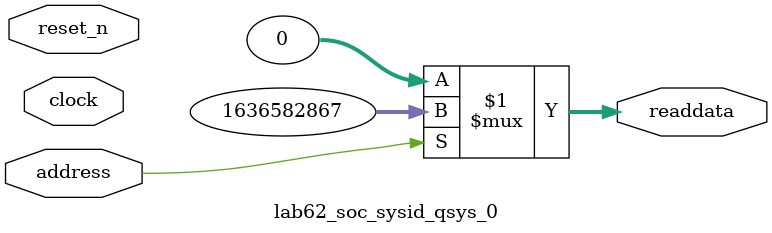
<source format=v>



// synthesis translate_off
`timescale 1ns / 1ps
// synthesis translate_on

// turn off superfluous verilog processor warnings 
// altera message_level Level1 
// altera message_off 10034 10035 10036 10037 10230 10240 10030 

module lab62_soc_sysid_qsys_0 (
               // inputs:
                address,
                clock,
                reset_n,

               // outputs:
                readdata
             )
;

  output  [ 31: 0] readdata;
  input            address;
  input            clock;
  input            reset_n;

  wire    [ 31: 0] readdata;
  //control_slave, which is an e_avalon_slave
  assign readdata = address ? 1636582867 : 0;

endmodule



</source>
